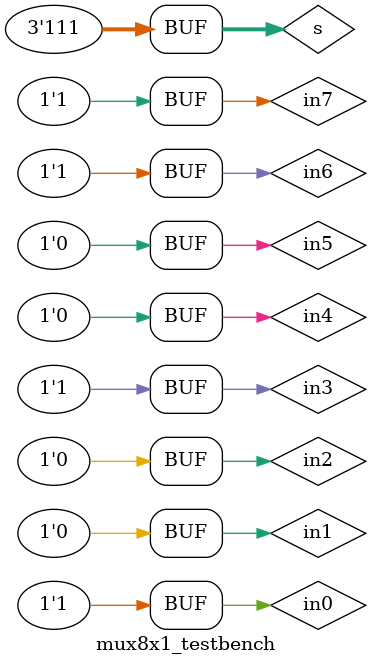
<source format=v>
`define DELAY 20
module mux8x1_testbench();

	reg [2:0] s;
	reg in0, in1, in2, in3, in4, in5, in6, in7;
	wire out;
	
	mux8x1 mux8x1_test(out, s, in0, in1, in2, in3, in4, in5, in6, in7);
	
	
	initial
		begin
			s = 3'b000; in0 =1'b1; in1 = 1'b0; in2 = 1'b0;in3 = 1'b1;in4 = 1'b0;in5 = 1'b0;in6 = 1'b1;in7 = 1'b1;
			#`DELAY;
			s = 3'b001; in0 =1'b1; in1 = 1'b0; in2 = 1'b0;in3 = 1'b1;in4 = 1'b0;in5 = 1'b0;in6 = 1'b1;in7 = 1'b1;
			#`DELAY;
			s = 3'b010; in0 =1'b1; in1 = 1'b0; in2 = 1'b0;in3 = 1'b1;in4 = 1'b0;in5 = 1'b0;in6 = 1'b1;in7 = 1'b1;
			#`DELAY;
			s = 3'b011; in0 =1'b1; in1 = 1'b0; in2 = 1'b0;in3 = 1'b1;in4 = 1'b0;in5 = 1'b0;in6 = 1'b1;in7 = 1'b1;
			#`DELAY;
			s = 3'b100; in0 =1'b1; in1 = 1'b0; in2 = 1'b0;in3 = 1'b1;in4 = 1'b0;in5 = 1'b0;in6 = 1'b1;in7 = 1'b1;
			#`DELAY;
			s = 3'b101; in0 =1'b1; in1 = 1'b0; in2 = 1'b0;in3 = 1'b1;in4 = 1'b0;in5 = 1'b0;in6 = 1'b1;in7 = 1'b1;
			#`DELAY;
			s = 3'b110; in0 =1'b1; in1 = 1'b0; in2 = 1'b0;in3 = 1'b1;in4 = 1'b0;in5 = 1'b0;in6 = 1'b1;in7 = 1'b1;
			#`DELAY;
			s = 3'b111; in0 =1'b1; in1 = 1'b0; in2 = 1'b0;in3 = 1'b1;in4 = 1'b0;in5 = 1'b0;in6 = 1'b1;in7 = 1'b1;
			#`DELAY;
		end

	initial 
		begin
			$monitor("time=%2d, in7=%1b, in6=%1b, in5=%1b, in4=%1b, in3=%1b, in2=%1b, in1=%1b, in0=%1b, s[2]=%1b, s[1]=%1b, s[0]=%1b, out=%1b", $time, in7, in6, in5, in4, in3, in2, in1, in0,s[2], s[1], s[0], out);
		end
		
		
		
endmodule
</source>
